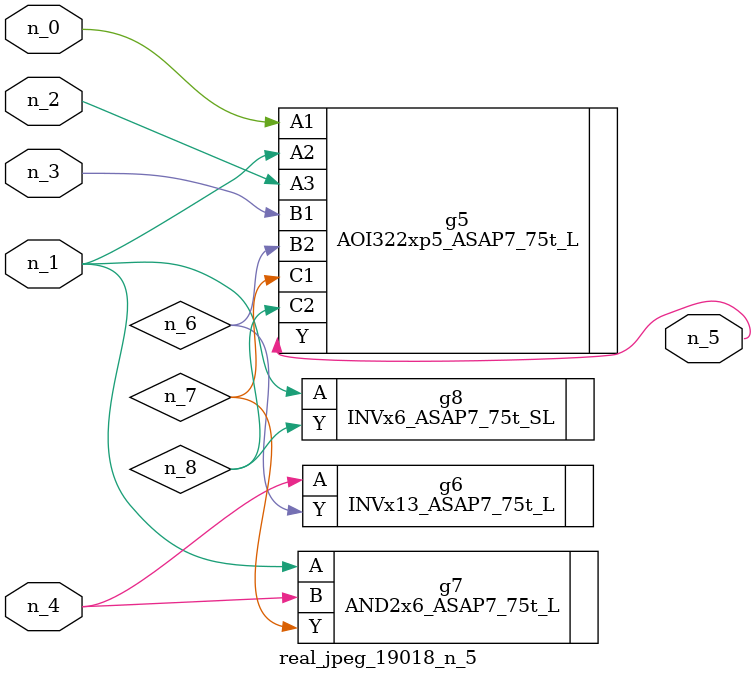
<source format=v>
module real_jpeg_19018_n_5 (n_4, n_0, n_1, n_2, n_3, n_5);

input n_4;
input n_0;
input n_1;
input n_2;
input n_3;

output n_5;

wire n_8;
wire n_6;
wire n_7;

AOI322xp5_ASAP7_75t_L g5 ( 
.A1(n_0),
.A2(n_1),
.A3(n_2),
.B1(n_3),
.B2(n_6),
.C1(n_7),
.C2(n_8),
.Y(n_5)
);

AND2x6_ASAP7_75t_L g7 ( 
.A(n_1),
.B(n_4),
.Y(n_7)
);

INVx6_ASAP7_75t_SL g8 ( 
.A(n_1),
.Y(n_8)
);

INVx13_ASAP7_75t_L g6 ( 
.A(n_4),
.Y(n_6)
);


endmodule
</source>
